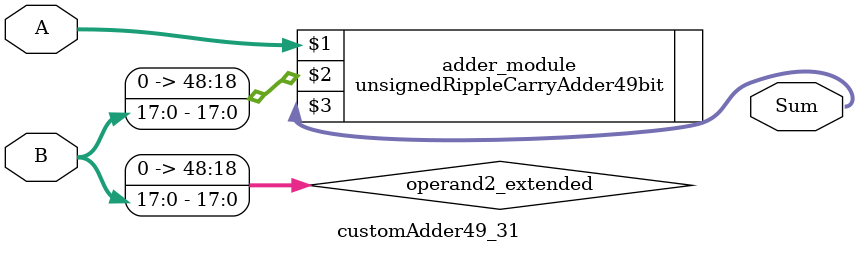
<source format=v>
module customAdder49_31(
                        input [48 : 0] A,
                        input [17 : 0] B,
                        
                        output [49 : 0] Sum
                );

        wire [48 : 0] operand2_extended;
        
        assign operand2_extended =  {31'b0, B};
        
        unsignedRippleCarryAdder49bit adder_module(
            A,
            operand2_extended,
            Sum
        );
        
        endmodule
        
</source>
